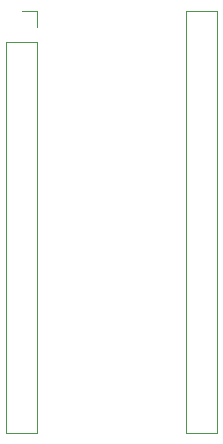
<source format=gbo>
G04 #@! TF.GenerationSoftware,KiCad,Pcbnew,(5.1.2-1)-1*
G04 #@! TF.CreationDate,2019-06-26T00:08:28-04:00*
G04 #@! TF.ProjectId,28SF8148,32385346-3831-4343-982e-6b696361645f,rev?*
G04 #@! TF.SameCoordinates,Original*
G04 #@! TF.FileFunction,Legend,Bot*
G04 #@! TF.FilePolarity,Positive*
%FSLAX46Y46*%
G04 Gerber Fmt 4.6, Leading zero omitted, Abs format (unit mm)*
G04 Created by KiCad (PCBNEW (5.1.2-1)-1) date 2019-06-26 00:08:28*
%MOMM*%
%LPD*%
G04 APERTURE LIST*
%ADD10C,0.120000*%
%ADD11R,1.852400X1.852400*%
%ADD12O,1.852400X1.852400*%
%ADD13C,2.152400*%
G04 APERTURE END LIST*
D10*
X57210000Y-54670000D02*
X54550000Y-54670000D01*
X57210000Y-18990000D02*
X57210000Y-54670000D01*
X54550000Y-18990000D02*
X54550000Y-54670000D01*
X57210000Y-18990000D02*
X54550000Y-18990000D01*
X57210000Y-20320000D02*
X57210000Y-18990000D01*
X57210000Y-18990000D02*
X55880000Y-18990000D01*
X41970000Y-54670000D02*
X39310000Y-54670000D01*
X41970000Y-21590000D02*
X41970000Y-54670000D01*
X39310000Y-21590000D02*
X39310000Y-54670000D01*
X41970000Y-21590000D02*
X39310000Y-21590000D01*
X41970000Y-20320000D02*
X41970000Y-18990000D01*
X41970000Y-18990000D02*
X40640000Y-18990000D01*
%LPC*%
D11*
X55880000Y-20320000D03*
D12*
X55880000Y-22860000D03*
X55880000Y-25400000D03*
X55880000Y-27940000D03*
X55880000Y-30480000D03*
X55880000Y-33020000D03*
X55880000Y-35560000D03*
X55880000Y-38100000D03*
X55880000Y-40640000D03*
X55880000Y-43180000D03*
X55880000Y-45720000D03*
X55880000Y-48260000D03*
X55880000Y-50800000D03*
X55880000Y-53340000D03*
D13*
X52070000Y-20320000D03*
X43180000Y-53340000D03*
D11*
X40640000Y-20320000D03*
D12*
X40640000Y-22860000D03*
X40640000Y-25400000D03*
X40640000Y-27940000D03*
X40640000Y-30480000D03*
X40640000Y-33020000D03*
X40640000Y-35560000D03*
X40640000Y-38100000D03*
X40640000Y-40640000D03*
X40640000Y-43180000D03*
X40640000Y-45720000D03*
X40640000Y-48260000D03*
X40640000Y-50800000D03*
X40640000Y-53340000D03*
M02*

</source>
